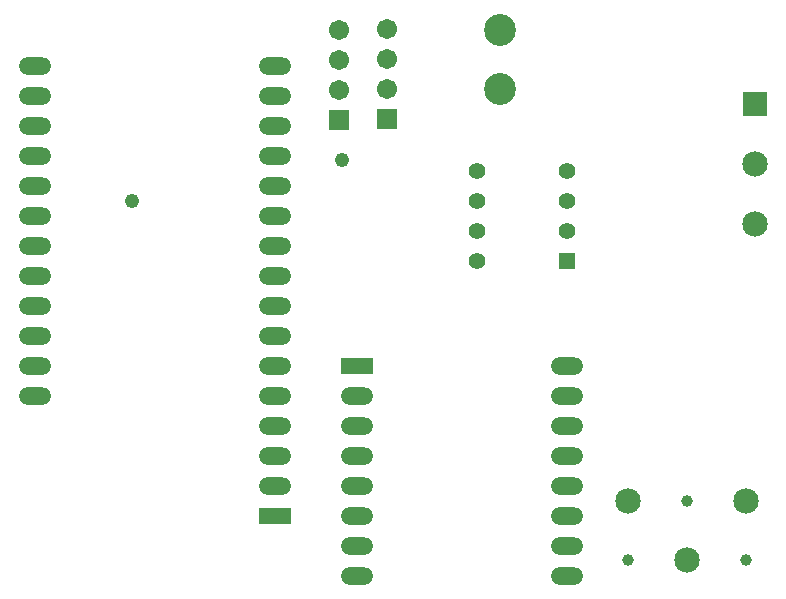
<source format=gbs>
G04*
G04 #@! TF.GenerationSoftware,Altium Limited,Altium Designer,19.1.8 (144)*
G04*
G04 Layer_Color=16711935*
%FSLAX44Y44*%
%MOMM*%
G71*
G01*
G75*
%ADD36C,1.7032*%
%ADD37R,1.7032X1.7032*%
%ADD38R,1.4032X1.4032*%
%ADD39C,1.4032*%
%ADD40R,2.1532X2.1532*%
%ADD41C,2.1532*%
%ADD42C,1.0032*%
%ADD43O,2.7432X1.4732*%
%ADD44R,2.7432X1.4732*%
%ADD45C,2.7032*%
%ADD46C,1.2192*%
D36*
X355600Y488950D02*
D03*
Y463550D02*
D03*
Y438150D02*
D03*
X314960Y487680D02*
D03*
Y462280D02*
D03*
Y436880D02*
D03*
D37*
X355600Y412750D02*
D03*
X314960Y411480D02*
D03*
D38*
X508000Y292100D02*
D03*
D39*
Y317500D02*
D03*
Y342900D02*
D03*
Y368300D02*
D03*
X431800D02*
D03*
Y342900D02*
D03*
Y317500D02*
D03*
Y292100D02*
D03*
D40*
X666750Y425450D02*
D03*
D41*
Y374650D02*
D03*
Y323850D02*
D03*
X559600Y88900D02*
D03*
X659600D02*
D03*
X609600Y38900D02*
D03*
D42*
Y88900D02*
D03*
X559600Y38900D02*
D03*
X659600D02*
D03*
D43*
X508000Y25400D02*
D03*
Y50800D02*
D03*
Y76200D02*
D03*
Y101600D02*
D03*
Y127000D02*
D03*
Y152400D02*
D03*
Y177800D02*
D03*
Y203200D02*
D03*
X330200Y25400D02*
D03*
Y50800D02*
D03*
Y76200D02*
D03*
Y101600D02*
D03*
Y127000D02*
D03*
Y152400D02*
D03*
Y177800D02*
D03*
X57150Y457200D02*
D03*
Y431800D02*
D03*
Y406400D02*
D03*
Y381000D02*
D03*
Y355600D02*
D03*
Y330200D02*
D03*
Y304800D02*
D03*
Y279400D02*
D03*
Y254000D02*
D03*
Y228600D02*
D03*
Y203200D02*
D03*
Y177800D02*
D03*
X260350Y457200D02*
D03*
Y431800D02*
D03*
Y406400D02*
D03*
Y381000D02*
D03*
Y355600D02*
D03*
Y330200D02*
D03*
Y304800D02*
D03*
Y279400D02*
D03*
Y254000D02*
D03*
Y228600D02*
D03*
Y203200D02*
D03*
Y177800D02*
D03*
Y152400D02*
D03*
Y127000D02*
D03*
Y101600D02*
D03*
D44*
X330200Y203200D02*
D03*
X260350Y76200D02*
D03*
D45*
X450850Y487896D02*
D03*
Y437896D02*
D03*
D46*
X139700Y342900D02*
D03*
X317500Y377952D02*
D03*
M02*

</source>
